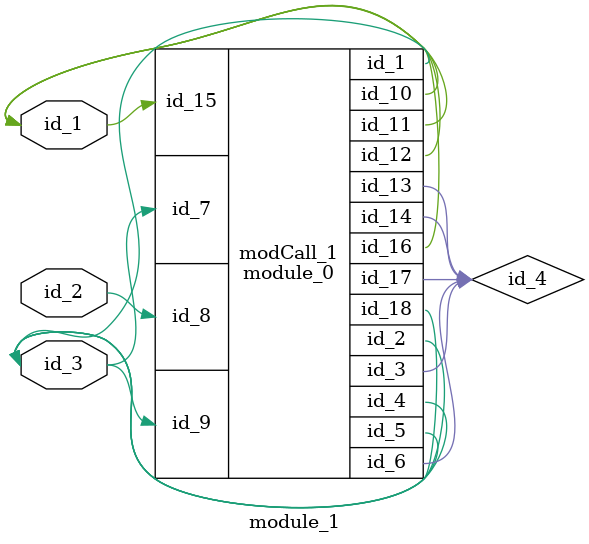
<source format=v>
module module_0 (
    id_1,
    id_2,
    id_3,
    id_4,
    id_5,
    id_6,
    id_7,
    id_8,
    id_9,
    id_10,
    id_11,
    id_12,
    id_13,
    id_14,
    id_15,
    id_16,
    id_17,
    id_18
);
  output wire id_18;
  output wire id_17;
  output wire id_16;
  input wire id_15;
  inout wire id_14;
  output wire id_13;
  inout wire id_12;
  output wire id_11;
  inout wire id_10;
  input wire id_9;
  input wire id_8;
  input wire id_7;
  inout wire id_6;
  output wire id_5;
  output wire id_4;
  inout wire id_3;
  inout wire id_2;
  output wire id_1;
  wor id_19 = id_10 * 1 <= id_19;
endmodule
module module_1 (
    id_1,
    id_2,
    id_3
);
  inout wire id_3;
  input wire id_2;
  inout wire id_1;
  wire id_4;
  module_0 modCall_1 (
      id_3,
      id_3,
      id_4,
      id_3,
      id_3,
      id_4,
      id_3,
      id_2,
      id_3,
      id_1,
      id_1,
      id_1,
      id_4,
      id_4,
      id_1,
      id_1,
      id_4,
      id_3
  );
endmodule

</source>
